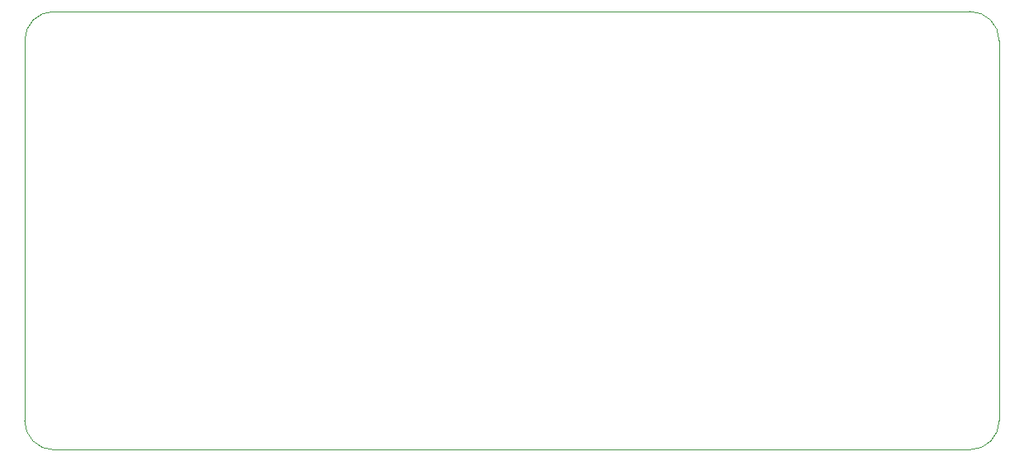
<source format=gbr>
%TF.GenerationSoftware,KiCad,Pcbnew,(5.1.9)-1*%
%TF.CreationDate,2021-05-24T23:59:08-02:30*%
%TF.ProjectId,WPT_TX,5750545f-5458-42e6-9b69-6361645f7063,rev?*%
%TF.SameCoordinates,Original*%
%TF.FileFunction,Profile,NP*%
%FSLAX46Y46*%
G04 Gerber Fmt 4.6, Leading zero omitted, Abs format (unit mm)*
G04 Created by KiCad (PCBNEW (5.1.9)-1) date 2021-05-24 23:59:08*
%MOMM*%
%LPD*%
G01*
G04 APERTURE LIST*
%TA.AperFunction,Profile*%
%ADD10C,0.050000*%
%TD*%
G04 APERTURE END LIST*
D10*
X198500000Y-93000000D02*
G75*
G02*
X201500000Y-96000000I0J-3000000D01*
G01*
X201500000Y-135000000D02*
G75*
G02*
X198500000Y-138000000I-3000000J0D01*
G01*
X104500000Y-138000000D02*
G75*
G02*
X101500000Y-135000000I0J3000000D01*
G01*
X101500000Y-96000000D02*
G75*
G02*
X104500000Y-93000000I3000000J0D01*
G01*
X101500000Y-135000000D02*
X101500000Y-96000000D01*
X198500000Y-138000000D02*
X104500000Y-138000000D01*
X201500000Y-96000000D02*
X201500000Y-135000000D01*
X104500000Y-93000000D02*
X198500000Y-93000000D01*
M02*

</source>
